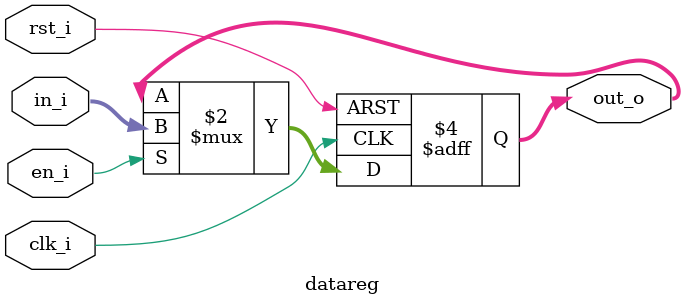
<source format=v>

module datareg(clk_i,
               rst_i,
               en_i,
               in_i,
               out_o );
  input clk_i, rst_i, en_i;
  input [3:0] in_i;
  output [3:0] out_o;

  reg [3:0] out_o;
					   
  always @(posedge clk_i, posedge rst_i)
    if (rst_i) out_o<=0;
    else if (en_i) out_o<=in_i;

endmodule

</source>
